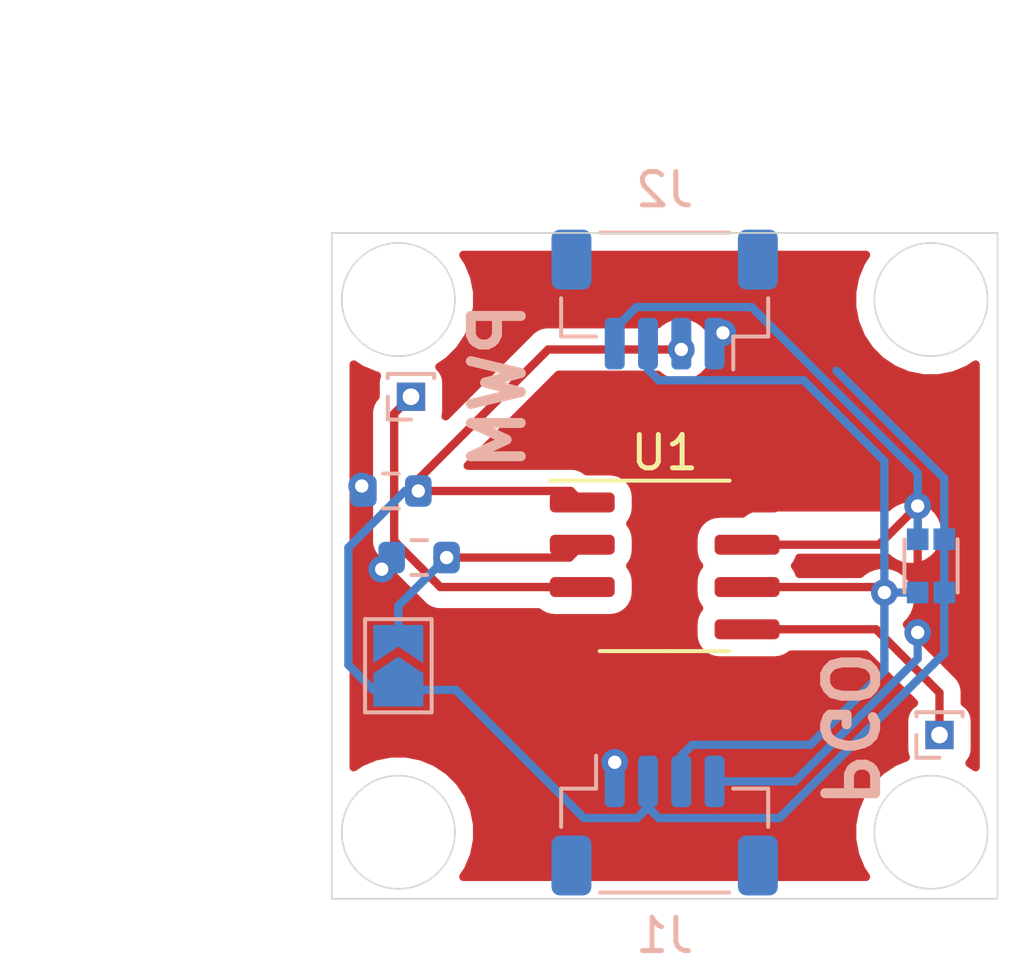
<source format=kicad_pcb>
(kicad_pcb (version 20171130) (host pcbnew "(5.1.10)-1")

  (general
    (thickness 1.6)
    (drawings 21)
    (tracks 70)
    (zones 0)
    (modules 9)
    (nets 8)
  )

  (page A4)
  (layers
    (0 F.Cu signal)
    (31 B.Cu signal)
    (32 B.Adhes user)
    (33 F.Adhes user)
    (34 B.Paste user)
    (35 F.Paste user)
    (36 B.SilkS user)
    (37 F.SilkS user)
    (38 B.Mask user)
    (39 F.Mask user)
    (40 Dwgs.User user)
    (41 Cmts.User user)
    (42 Eco1.User user)
    (43 Eco2.User user)
    (44 Edge.Cuts user)
    (45 Margin user)
    (46 B.CrtYd user)
    (47 F.CrtYd user)
    (48 B.Fab user hide)
    (49 F.Fab user hide)
  )

  (setup
    (last_trace_width 0.25)
    (trace_clearance 0.2)
    (zone_clearance 0.508)
    (zone_45_only no)
    (trace_min 0.2)
    (via_size 0.8)
    (via_drill 0.4)
    (via_min_size 0.4)
    (via_min_drill 0.3)
    (uvia_size 0.3)
    (uvia_drill 0.1)
    (uvias_allowed no)
    (uvia_min_size 0.2)
    (uvia_min_drill 0.1)
    (edge_width 0.05)
    (segment_width 0.2)
    (pcb_text_width 0.3)
    (pcb_text_size 1.5 1.5)
    (mod_edge_width 0.12)
    (mod_text_size 1 1)
    (mod_text_width 0.15)
    (pad_size 0.65 0.65)
    (pad_drill 0)
    (pad_to_mask_clearance 0)
    (aux_axis_origin 0 0)
    (grid_origin 144 102)
    (visible_elements 7FFFFFFF)
    (pcbplotparams
      (layerselection 0x010fc_ffffffff)
      (usegerberextensions false)
      (usegerberattributes true)
      (usegerberadvancedattributes true)
      (creategerberjobfile true)
      (excludeedgelayer true)
      (linewidth 0.100000)
      (plotframeref false)
      (viasonmask false)
      (mode 1)
      (useauxorigin false)
      (hpglpennumber 1)
      (hpglpenspeed 20)
      (hpglpendiameter 15.000000)
      (psnegative false)
      (psa4output false)
      (plotreference true)
      (plotvalue true)
      (plotinvisibletext false)
      (padsonsilk false)
      (subtractmaskfromsilk false)
      (outputformat 1)
      (mirror false)
      (drillshape 1)
      (scaleselection 1)
      (outputdirectory ""))
  )

  (net 0 "")
  (net 1 GND)
  (net 2 VCC)
  (net 3 SDA)
  (net 4 SCL)
  (net 5 /3V3)
  (net 6 PWM)
  (net 7 PGO)

  (net_class Default "This is the default net class."
    (clearance 0.2)
    (trace_width 0.25)
    (via_dia 0.8)
    (via_drill 0.4)
    (uvia_dia 0.3)
    (uvia_drill 0.1)
    (add_net /3V3)
    (add_net GND)
    (add_net PGO)
    (add_net PWM)
    (add_net SCL)
    (add_net SDA)
    (add_net VCC)
  )

  (module Local:EXB34V (layer B.Cu) (tedit 61BCB4E8) (tstamp 61BD0E01)
    (at 152 102)
    (descr "EXB-34V resistor array")
    (attr smd)
    (fp_text reference R1-R2 (at 0 -3.8) (layer B.SilkS) hide
      (effects (font (size 1 1) (thickness 0.15)) (justify mirror))
    )
    (fp_text value EXB34V (at 0 -2.4) (layer B.Fab) hide
      (effects (font (size 1 1) (thickness 0.15)) (justify mirror))
    )
    (fp_line (start 0.8 -0.8) (end 0.8 0.8) (layer B.SilkS) (width 0.12))
    (fp_line (start -0.8 0.8) (end -0.8 -0.8) (layer B.SilkS) (width 0.12))
    (pad 4 smd rect (at 0.4 -0.8) (size 0.65 0.65) (layers B.Cu B.Paste B.Mask)
      (net 2 VCC))
    (pad 3 smd rect (at -0.4 -0.8) (size 0.65 0.65) (layers B.Cu B.Paste B.Mask)
      (net 4 SCL))
    (pad 2 smd rect (at 0.4 0.8) (size 0.65 0.65) (layers B.Cu B.Paste B.Mask)
      (net 2 VCC))
    (pad 1 smd rect (at -0.4 0.8) (size 0.65 0.65) (layers B.Cu B.Paste B.Mask)
      (net 3 SDA))
  )

  (module Connector_PinHeader_1.00mm:PinHeader_1x01_P1.00mm_Vertical (layer B.Cu) (tedit 59FED738) (tstamp 61BCA54C)
    (at 152.255 107.08)
    (descr "Through hole straight pin header, 1x01, 1.00mm pitch, single row")
    (tags "Through hole pin header THT 1x01 1.00mm single row")
    (path /61BCAE5D)
    (fp_text reference TP2 (at 0 1.56) (layer B.SilkS) hide
      (effects (font (size 1 1) (thickness 0.15)) (justify mirror))
    )
    (fp_text value PROGRAM (at 0 -1.56) (layer B.Fab) hide
      (effects (font (size 1 1) (thickness 0.15)) (justify mirror))
    )
    (fp_line (start 1.15 1) (end -1.15 1) (layer B.CrtYd) (width 0.05))
    (fp_line (start 1.15 -1) (end 1.15 1) (layer B.CrtYd) (width 0.05))
    (fp_line (start -1.15 -1) (end 1.15 -1) (layer B.CrtYd) (width 0.05))
    (fp_line (start -1.15 1) (end -1.15 -1) (layer B.CrtYd) (width 0.05))
    (fp_line (start -0.695 0.685) (end 0 0.685) (layer B.SilkS) (width 0.12))
    (fp_line (start -0.695 0) (end -0.695 0.685) (layer B.SilkS) (width 0.12))
    (fp_line (start 0.608276 -0.685) (end 0.695 -0.685) (layer B.SilkS) (width 0.12))
    (fp_line (start -0.695 -0.685) (end -0.608276 -0.685) (layer B.SilkS) (width 0.12))
    (fp_line (start 0.695 -0.685) (end 0.695 -0.56) (layer B.SilkS) (width 0.12))
    (fp_line (start -0.695 -0.685) (end -0.695 -0.56) (layer B.SilkS) (width 0.12))
    (fp_line (start -0.695 -0.685) (end 0.695 -0.685) (layer B.SilkS) (width 0.12))
    (fp_line (start -0.635 0.1825) (end -0.3175 0.5) (layer B.Fab) (width 0.1))
    (fp_line (start -0.635 -0.5) (end -0.635 0.1825) (layer B.Fab) (width 0.1))
    (fp_line (start 0.635 -0.5) (end -0.635 -0.5) (layer B.Fab) (width 0.1))
    (fp_line (start 0.635 0.5) (end 0.635 -0.5) (layer B.Fab) (width 0.1))
    (fp_line (start -0.3175 0.5) (end 0.635 0.5) (layer B.Fab) (width 0.1))
    (fp_text user %R (at 0 0 -90) (layer B.Fab) hide
      (effects (font (size 0.76 0.76) (thickness 0.114)) (justify mirror))
    )
    (pad 1 thru_hole rect (at 0 0) (size 0.85 0.85) (drill 0.5) (layers *.Cu *.Mask)
      (net 7 PGO))
    (model ${KISYS3DMOD}/Connector_PinHeader_1.00mm.3dshapes/PinHeader_1x01_P1.00mm_Vertical.wrl
      (at (xyz 0 0 0))
      (scale (xyz 1 1 1))
      (rotate (xyz 0 0 0))
    )
  )

  (module Connector_PinHeader_1.00mm:PinHeader_1x01_P1.00mm_Vertical (layer B.Cu) (tedit 59FED738) (tstamp 61BCA536)
    (at 136.38 96.92)
    (descr "Through hole straight pin header, 1x01, 1.00mm pitch, single row")
    (tags "Through hole pin header THT 1x01 1.00mm single row")
    (path /61BCDD4B)
    (fp_text reference TP1 (at 0 1.56) (layer B.SilkS) hide
      (effects (font (size 1 1) (thickness 0.15)) (justify mirror))
    )
    (fp_text value PWM (at 0 -1.56) (layer B.Fab) hide
      (effects (font (size 1 1) (thickness 0.15)) (justify mirror))
    )
    (fp_line (start 1.15 1) (end -1.15 1) (layer B.CrtYd) (width 0.05))
    (fp_line (start 1.15 -1) (end 1.15 1) (layer B.CrtYd) (width 0.05))
    (fp_line (start -1.15 -1) (end 1.15 -1) (layer B.CrtYd) (width 0.05))
    (fp_line (start -1.15 1) (end -1.15 -1) (layer B.CrtYd) (width 0.05))
    (fp_line (start -0.695 0.685) (end 0 0.685) (layer B.SilkS) (width 0.12))
    (fp_line (start -0.695 0) (end -0.695 0.685) (layer B.SilkS) (width 0.12))
    (fp_line (start 0.608276 -0.685) (end 0.695 -0.685) (layer B.SilkS) (width 0.12))
    (fp_line (start -0.695 -0.685) (end -0.608276 -0.685) (layer B.SilkS) (width 0.12))
    (fp_line (start 0.695 -0.685) (end 0.695 -0.56) (layer B.SilkS) (width 0.12))
    (fp_line (start -0.695 -0.685) (end -0.695 -0.56) (layer B.SilkS) (width 0.12))
    (fp_line (start -0.695 -0.685) (end 0.695 -0.685) (layer B.SilkS) (width 0.12))
    (fp_line (start -0.635 0.1825) (end -0.3175 0.5) (layer B.Fab) (width 0.1))
    (fp_line (start -0.635 -0.5) (end -0.635 0.1825) (layer B.Fab) (width 0.1))
    (fp_line (start 0.635 -0.5) (end -0.635 -0.5) (layer B.Fab) (width 0.1))
    (fp_line (start 0.635 0.5) (end 0.635 -0.5) (layer B.Fab) (width 0.1))
    (fp_line (start -0.3175 0.5) (end 0.635 0.5) (layer B.Fab) (width 0.1))
    (fp_text user %R (at 0 0 -90) (layer B.Fab) hide
      (effects (font (size 0.76 0.76) (thickness 0.114)) (justify mirror))
    )
    (pad 1 thru_hole rect (at 0 0) (size 0.85 0.85) (drill 0.5) (layers *.Cu *.Mask)
      (net 6 PWM))
    (model ${KISYS3DMOD}/Connector_PinHeader_1.00mm.3dshapes/PinHeader_1x01_P1.00mm_Vertical.wrl
      (at (xyz 0 0 0))
      (scale (xyz 1 1 1))
      (rotate (xyz 0 0 0))
    )
  )

  (module Jumper:SolderJumper-2_P1.3mm_Open_TrianglePad1.0x1.5mm (layer B.Cu) (tedit 5A64794F) (tstamp 61BBD19C)
    (at 136 105 90)
    (descr "SMD Solder Jumper, 1x1.5mm Triangular Pads, 0.3mm gap, open")
    (tags "solder jumper open")
    (path /61C58611)
    (attr virtual)
    (fp_text reference JP1 (at -2.525 0) (layer B.SilkS) hide
      (effects (font (size 1 1) (thickness 0.15)) (justify mirror))
    )
    (fp_text value ~3v3 (at 0 -1.9 90) (layer B.Fab) hide
      (effects (font (size 1 1) (thickness 0.15)) (justify mirror))
    )
    (fp_line (start -1.4 -1) (end -1.4 1) (layer B.SilkS) (width 0.12))
    (fp_line (start 1.4 -1) (end -1.4 -1) (layer B.SilkS) (width 0.12))
    (fp_line (start 1.4 1) (end 1.4 -1) (layer B.SilkS) (width 0.12))
    (fp_line (start -1.4 1) (end 1.4 1) (layer B.SilkS) (width 0.12))
    (fp_line (start -1.65 1.25) (end 1.65 1.25) (layer B.CrtYd) (width 0.05))
    (fp_line (start -1.65 1.25) (end -1.65 -1.25) (layer B.CrtYd) (width 0.05))
    (fp_line (start 1.65 -1.25) (end 1.65 1.25) (layer B.CrtYd) (width 0.05))
    (fp_line (start 1.65 -1.25) (end -1.65 -1.25) (layer B.CrtYd) (width 0.05))
    (pad 1 smd custom (at -0.725 0 90) (size 0.3 0.3) (layers B.Cu B.Mask)
      (net 2 VCC) (zone_connect 2)
      (options (clearance outline) (anchor rect))
      (primitives
        (gr_poly (pts
           (xy -0.5 0.75) (xy 0.5 0.75) (xy 1 0) (xy 0.5 -0.75) (xy -0.5 -0.75)
) (width 0))
      ))
    (pad 2 smd custom (at 0.725 0 90) (size 0.3 0.3) (layers B.Cu B.Mask)
      (net 5 /3V3) (zone_connect 2)
      (options (clearance outline) (anchor rect))
      (primitives
        (gr_poly (pts
           (xy -0.65 0.75) (xy 0.5 0.75) (xy 0.5 -0.75) (xy -0.65 -0.75) (xy -0.15 0)
) (width 0))
      ))
  )

  (module Resistor_SMD:R_0603_1608Metric (layer B.Cu) (tedit 5F68FEEE) (tstamp 61BB9ECF)
    (at 136.625 101.75 180)
    (descr "Resistor SMD 0603 (1608 Metric), square (rectangular) end terminal, IPC_7351 nominal, (Body size source: IPC-SM-782 page 72, https://www.pcb-3d.com/wordpress/wp-content/uploads/ipc-sm-782a_amendment_1_and_2.pdf), generated with kicad-footprint-generator")
    (tags resistor)
    (path /61BCC6DC)
    (attr smd)
    (fp_text reference C3 (at -2.475 0 90) (layer B.SilkS) hide
      (effects (font (size 1 1) (thickness 0.15)) (justify mirror))
    )
    (fp_text value ~10uF (at 0 -1.43) (layer B.Fab)
      (effects (font (size 1 1) (thickness 0.15)) (justify mirror))
    )
    (fp_line (start 1.48 -0.73) (end -1.48 -0.73) (layer B.CrtYd) (width 0.05))
    (fp_line (start 1.48 0.73) (end 1.48 -0.73) (layer B.CrtYd) (width 0.05))
    (fp_line (start -1.48 0.73) (end 1.48 0.73) (layer B.CrtYd) (width 0.05))
    (fp_line (start -1.48 -0.73) (end -1.48 0.73) (layer B.CrtYd) (width 0.05))
    (fp_line (start -0.237258 -0.5225) (end 0.237258 -0.5225) (layer B.SilkS) (width 0.12))
    (fp_line (start -0.237258 0.5225) (end 0.237258 0.5225) (layer B.SilkS) (width 0.12))
    (fp_line (start 0.8 -0.4125) (end -0.8 -0.4125) (layer B.Fab) (width 0.1))
    (fp_line (start 0.8 0.4125) (end 0.8 -0.4125) (layer B.Fab) (width 0.1))
    (fp_line (start -0.8 0.4125) (end 0.8 0.4125) (layer B.Fab) (width 0.1))
    (fp_line (start -0.8 -0.4125) (end -0.8 0.4125) (layer B.Fab) (width 0.1))
    (fp_text user %R (at 0 0) (layer B.Fab)
      (effects (font (size 0.4 0.4) (thickness 0.06)) (justify mirror))
    )
    (pad 2 smd roundrect (at 0.825 0 180) (size 0.8 0.95) (layers B.Cu B.Paste B.Mask) (roundrect_rratio 0.25)
      (net 1 GND))
    (pad 1 smd roundrect (at -0.825 0 180) (size 0.8 0.95) (layers B.Cu B.Paste B.Mask) (roundrect_rratio 0.25)
      (net 5 /3V3))
    (model ${KISYS3DMOD}/Resistor_SMD.3dshapes/R_0603_1608Metric.wrl
      (at (xyz 0 0 0))
      (scale (xyz 1 1 1))
      (rotate (xyz 0 0 0))
    )
  )

  (module Resistor_SMD:R_0603_1608Metric (layer B.Cu) (tedit 5F68FEEE) (tstamp 61BBAC92)
    (at 135.775 99.75)
    (descr "Resistor SMD 0603 (1608 Metric), square (rectangular) end terminal, IPC_7351 nominal, (Body size source: IPC-SM-782 page 72, https://www.pcb-3d.com/wordpress/wp-content/uploads/ipc-sm-782a_amendment_1_and_2.pdf), generated with kicad-footprint-generator")
    (tags resistor)
    (path /61BC851F)
    (attr smd)
    (fp_text reference C2 (at 2.325 0 90) (layer B.SilkS) hide
      (effects (font (size 1 1) (thickness 0.15)) (justify mirror))
    )
    (fp_text value 0.1uF (at 0 -1.43) (layer B.Fab)
      (effects (font (size 1 1) (thickness 0.15)) (justify mirror))
    )
    (fp_line (start 1.48 -0.73) (end -1.48 -0.73) (layer B.CrtYd) (width 0.05))
    (fp_line (start 1.48 0.73) (end 1.48 -0.73) (layer B.CrtYd) (width 0.05))
    (fp_line (start -1.48 0.73) (end 1.48 0.73) (layer B.CrtYd) (width 0.05))
    (fp_line (start -1.48 -0.73) (end -1.48 0.73) (layer B.CrtYd) (width 0.05))
    (fp_line (start -0.237258 -0.5225) (end 0.237258 -0.5225) (layer B.SilkS) (width 0.12))
    (fp_line (start -0.237258 0.5225) (end 0.237258 0.5225) (layer B.SilkS) (width 0.12))
    (fp_line (start 0.8 -0.4125) (end -0.8 -0.4125) (layer B.Fab) (width 0.1))
    (fp_line (start 0.8 0.4125) (end 0.8 -0.4125) (layer B.Fab) (width 0.1))
    (fp_line (start -0.8 0.4125) (end 0.8 0.4125) (layer B.Fab) (width 0.1))
    (fp_line (start -0.8 -0.4125) (end -0.8 0.4125) (layer B.Fab) (width 0.1))
    (fp_text user %R (at 0 0) (layer B.Fab)
      (effects (font (size 0.4 0.4) (thickness 0.06)) (justify mirror))
    )
    (pad 2 smd roundrect (at 0.825 0) (size 0.8 0.95) (layers B.Cu B.Paste B.Mask) (roundrect_rratio 0.25)
      (net 2 VCC))
    (pad 1 smd roundrect (at -0.825 0) (size 0.8 0.95) (layers B.Cu B.Paste B.Mask) (roundrect_rratio 0.25)
      (net 1 GND))
    (model ${KISYS3DMOD}/Resistor_SMD.3dshapes/R_0603_1608Metric.wrl
      (at (xyz 0 0 0))
      (scale (xyz 1 1 1))
      (rotate (xyz 0 0 0))
    )
  )

  (module Package_SO:SOIC-8_3.9x4.9mm_P1.27mm (layer F.Cu) (tedit 5D9F72B1) (tstamp 61BB9F61)
    (at 144 102)
    (descr "SOIC, 8 Pin (JEDEC MS-012AA, https://www.analog.com/media/en/package-pcb-resources/package/pkg_pdf/soic_narrow-r/r_8.pdf), generated with kicad-footprint-generator ipc_gullwing_generator.py")
    (tags "SOIC SO")
    (path /61BBB42F)
    (attr smd)
    (fp_text reference U1 (at 0 -3.4) (layer F.SilkS)
      (effects (font (size 1 1) (thickness 0.15)))
    )
    (fp_text value AS5600 (at 0 3.4) (layer F.Fab)
      (effects (font (size 1 1) (thickness 0.15)))
    )
    (fp_line (start 3.7 -2.7) (end -3.7 -2.7) (layer F.CrtYd) (width 0.05))
    (fp_line (start 3.7 2.7) (end 3.7 -2.7) (layer F.CrtYd) (width 0.05))
    (fp_line (start -3.7 2.7) (end 3.7 2.7) (layer F.CrtYd) (width 0.05))
    (fp_line (start -3.7 -2.7) (end -3.7 2.7) (layer F.CrtYd) (width 0.05))
    (fp_line (start -1.95 -1.475) (end -0.975 -2.45) (layer F.Fab) (width 0.1))
    (fp_line (start -1.95 2.45) (end -1.95 -1.475) (layer F.Fab) (width 0.1))
    (fp_line (start 1.95 2.45) (end -1.95 2.45) (layer F.Fab) (width 0.1))
    (fp_line (start 1.95 -2.45) (end 1.95 2.45) (layer F.Fab) (width 0.1))
    (fp_line (start -0.975 -2.45) (end 1.95 -2.45) (layer F.Fab) (width 0.1))
    (fp_line (start 0 -2.56) (end -3.45 -2.56) (layer F.SilkS) (width 0.12))
    (fp_line (start 0 -2.56) (end 1.95 -2.56) (layer F.SilkS) (width 0.12))
    (fp_line (start 0 2.56) (end -1.95 2.56) (layer F.SilkS) (width 0.12))
    (fp_line (start 0 2.56) (end 1.95 2.56) (layer F.SilkS) (width 0.12))
    (fp_text user %R (at 0 0) (layer F.Fab)
      (effects (font (size 0.98 0.98) (thickness 0.15)))
    )
    (pad 8 smd roundrect (at 2.475 -1.905) (size 1.95 0.6) (layers F.Cu F.Paste F.Mask) (roundrect_rratio 0.25)
      (net 1 GND))
    (pad 7 smd roundrect (at 2.475 -0.635) (size 1.95 0.6) (layers F.Cu F.Paste F.Mask) (roundrect_rratio 0.25)
      (net 4 SCL))
    (pad 6 smd roundrect (at 2.475 0.635) (size 1.95 0.6) (layers F.Cu F.Paste F.Mask) (roundrect_rratio 0.25)
      (net 3 SDA))
    (pad 5 smd roundrect (at 2.475 1.905) (size 1.95 0.6) (layers F.Cu F.Paste F.Mask) (roundrect_rratio 0.25)
      (net 7 PGO))
    (pad 4 smd roundrect (at -2.475 1.905) (size 1.95 0.6) (layers F.Cu F.Paste F.Mask) (roundrect_rratio 0.25)
      (net 1 GND))
    (pad 3 smd roundrect (at -2.475 0.635) (size 1.95 0.6) (layers F.Cu F.Paste F.Mask) (roundrect_rratio 0.25)
      (net 6 PWM))
    (pad 2 smd roundrect (at -2.475 -0.635) (size 1.95 0.6) (layers F.Cu F.Paste F.Mask) (roundrect_rratio 0.25)
      (net 5 /3V3))
    (pad 1 smd roundrect (at -2.475 -1.905) (size 1.95 0.6) (layers F.Cu F.Paste F.Mask) (roundrect_rratio 0.25)
      (net 2 VCC))
    (model ${KISYS3DMOD}/Package_SO.3dshapes/SOIC-8_3.9x4.9mm_P1.27mm.wrl
      (at (xyz 0 0 0))
      (scale (xyz 1 1 1))
      (rotate (xyz 0 0 0))
    )
  )

  (module Connector_JST:JST_SH_BM04B-SRSS-TB_1x04-1MP_P1.00mm_Vertical (layer B.Cu) (tedit 5B78AD87) (tstamp 61BB9F25)
    (at 144 94 180)
    (descr "JST SH series connector, BM04B-SRSS-TB (http://www.jst-mfg.com/product/pdf/eng/eSH.pdf), generated with kicad-footprint-generator")
    (tags "connector JST SH side entry")
    (path /61BC4132)
    (attr smd)
    (fp_text reference J2 (at 0 3.3) (layer B.SilkS)
      (effects (font (size 1 1) (thickness 0.15)) (justify mirror))
    )
    (fp_text value Conn_01x04 (at 0 -3.3) (layer B.Fab)
      (effects (font (size 1 1) (thickness 0.15)) (justify mirror))
    )
    (fp_line (start -1.5 -0.292893) (end -1 -1) (layer B.Fab) (width 0.1))
    (fp_line (start -2 -1) (end -1.5 -0.292893) (layer B.Fab) (width 0.1))
    (fp_line (start 3.9 2.6) (end -3.9 2.6) (layer B.CrtYd) (width 0.05))
    (fp_line (start 3.9 -2.6) (end 3.9 2.6) (layer B.CrtYd) (width 0.05))
    (fp_line (start -3.9 -2.6) (end 3.9 -2.6) (layer B.CrtYd) (width 0.05))
    (fp_line (start -3.9 2.6) (end -3.9 -2.6) (layer B.CrtYd) (width 0.05))
    (fp_line (start 1.65 1.55) (end 1.35 1.55) (layer B.Fab) (width 0.1))
    (fp_line (start 1.65 0.95) (end 1.65 1.55) (layer B.Fab) (width 0.1))
    (fp_line (start 1.35 0.95) (end 1.65 0.95) (layer B.Fab) (width 0.1))
    (fp_line (start 1.35 1.55) (end 1.35 0.95) (layer B.Fab) (width 0.1))
    (fp_line (start 0.65 1.55) (end 0.35 1.55) (layer B.Fab) (width 0.1))
    (fp_line (start 0.65 0.95) (end 0.65 1.55) (layer B.Fab) (width 0.1))
    (fp_line (start 0.35 0.95) (end 0.65 0.95) (layer B.Fab) (width 0.1))
    (fp_line (start 0.35 1.55) (end 0.35 0.95) (layer B.Fab) (width 0.1))
    (fp_line (start -0.35 1.55) (end -0.65 1.55) (layer B.Fab) (width 0.1))
    (fp_line (start -0.35 0.95) (end -0.35 1.55) (layer B.Fab) (width 0.1))
    (fp_line (start -0.65 0.95) (end -0.35 0.95) (layer B.Fab) (width 0.1))
    (fp_line (start -0.65 1.55) (end -0.65 0.95) (layer B.Fab) (width 0.1))
    (fp_line (start -1.35 1.55) (end -1.65 1.55) (layer B.Fab) (width 0.1))
    (fp_line (start -1.35 0.95) (end -1.35 1.55) (layer B.Fab) (width 0.1))
    (fp_line (start -1.65 0.95) (end -1.35 0.95) (layer B.Fab) (width 0.1))
    (fp_line (start -1.65 1.55) (end -1.65 0.95) (layer B.Fab) (width 0.1))
    (fp_line (start 3 -1) (end 3 1.9) (layer B.Fab) (width 0.1))
    (fp_line (start -3 -1) (end -3 1.9) (layer B.Fab) (width 0.1))
    (fp_line (start -3 1.9) (end 3 1.9) (layer B.Fab) (width 0.1))
    (fp_line (start -1.94 2.01) (end 1.94 2.01) (layer B.SilkS) (width 0.12))
    (fp_line (start 3.11 -1.11) (end 2.06 -1.11) (layer B.SilkS) (width 0.12))
    (fp_line (start 3.11 0.04) (end 3.11 -1.11) (layer B.SilkS) (width 0.12))
    (fp_line (start -2.06 -1.11) (end -2.06 -2.1) (layer B.SilkS) (width 0.12))
    (fp_line (start -3.11 -1.11) (end -2.06 -1.11) (layer B.SilkS) (width 0.12))
    (fp_line (start -3.11 0.04) (end -3.11 -1.11) (layer B.SilkS) (width 0.12))
    (fp_line (start -3 -1) (end 3 -1) (layer B.Fab) (width 0.1))
    (fp_text user %R (at 0 0.25) (layer B.Fab)
      (effects (font (size 1 1) (thickness 0.15)) (justify mirror))
    )
    (pad MP smd roundrect (at 2.8 1.2 180) (size 1.2 1.8) (layers B.Cu B.Paste B.Mask) (roundrect_rratio 0.208333))
    (pad MP smd roundrect (at -2.8 1.2 180) (size 1.2 1.8) (layers B.Cu B.Paste B.Mask) (roundrect_rratio 0.208333))
    (pad 4 smd roundrect (at 1.5 -1.325 180) (size 0.6 1.55) (layers B.Cu B.Paste B.Mask) (roundrect_rratio 0.25)
      (net 4 SCL))
    (pad 3 smd roundrect (at 0.5 -1.325 180) (size 0.6 1.55) (layers B.Cu B.Paste B.Mask) (roundrect_rratio 0.25)
      (net 3 SDA))
    (pad 2 smd roundrect (at -0.5 -1.325 180) (size 0.6 1.55) (layers B.Cu B.Paste B.Mask) (roundrect_rratio 0.25)
      (net 2 VCC))
    (pad 1 smd roundrect (at -1.5 -1.325 180) (size 0.6 1.55) (layers B.Cu B.Paste B.Mask) (roundrect_rratio 0.25)
      (net 1 GND))
    (model ${KISYS3DMOD}/Connector_JST.3dshapes/JST_SH_BM04B-SRSS-TB_1x04-1MP_P1.00mm_Vertical.wrl
      (at (xyz 0 0 0))
      (scale (xyz 1 1 1))
      (rotate (xyz 0 0 0))
    )
  )

  (module Connector_JST:JST_SH_BM04B-SRSS-TB_1x04-1MP_P1.00mm_Vertical (layer B.Cu) (tedit 5B78AD87) (tstamp 61BB9EFA)
    (at 144 109.8)
    (descr "JST SH series connector, BM04B-SRSS-TB (http://www.jst-mfg.com/product/pdf/eng/eSH.pdf), generated with kicad-footprint-generator")
    (tags "connector JST SH side entry")
    (path /61BC6AD6)
    (attr smd)
    (fp_text reference J1 (at 0 3.3) (layer B.SilkS)
      (effects (font (size 1 1) (thickness 0.15)) (justify mirror))
    )
    (fp_text value Conn_01x04 (at 0 -3.3) (layer B.Fab)
      (effects (font (size 1 1) (thickness 0.15)) (justify mirror))
    )
    (fp_line (start -1.5 -0.292893) (end -1 -1) (layer B.Fab) (width 0.1))
    (fp_line (start -2 -1) (end -1.5 -0.292893) (layer B.Fab) (width 0.1))
    (fp_line (start 3.9 2.6) (end -3.9 2.6) (layer B.CrtYd) (width 0.05))
    (fp_line (start 3.9 -2.6) (end 3.9 2.6) (layer B.CrtYd) (width 0.05))
    (fp_line (start -3.9 -2.6) (end 3.9 -2.6) (layer B.CrtYd) (width 0.05))
    (fp_line (start -3.9 2.6) (end -3.9 -2.6) (layer B.CrtYd) (width 0.05))
    (fp_line (start 1.65 1.55) (end 1.35 1.55) (layer B.Fab) (width 0.1))
    (fp_line (start 1.65 0.95) (end 1.65 1.55) (layer B.Fab) (width 0.1))
    (fp_line (start 1.35 0.95) (end 1.65 0.95) (layer B.Fab) (width 0.1))
    (fp_line (start 1.35 1.55) (end 1.35 0.95) (layer B.Fab) (width 0.1))
    (fp_line (start 0.65 1.55) (end 0.35 1.55) (layer B.Fab) (width 0.1))
    (fp_line (start 0.65 0.95) (end 0.65 1.55) (layer B.Fab) (width 0.1))
    (fp_line (start 0.35 0.95) (end 0.65 0.95) (layer B.Fab) (width 0.1))
    (fp_line (start 0.35 1.55) (end 0.35 0.95) (layer B.Fab) (width 0.1))
    (fp_line (start -0.35 1.55) (end -0.65 1.55) (layer B.Fab) (width 0.1))
    (fp_line (start -0.35 0.95) (end -0.35 1.55) (layer B.Fab) (width 0.1))
    (fp_line (start -0.65 0.95) (end -0.35 0.95) (layer B.Fab) (width 0.1))
    (fp_line (start -0.65 1.55) (end -0.65 0.95) (layer B.Fab) (width 0.1))
    (fp_line (start -1.35 1.55) (end -1.65 1.55) (layer B.Fab) (width 0.1))
    (fp_line (start -1.35 0.95) (end -1.35 1.55) (layer B.Fab) (width 0.1))
    (fp_line (start -1.65 0.95) (end -1.35 0.95) (layer B.Fab) (width 0.1))
    (fp_line (start -1.65 1.55) (end -1.65 0.95) (layer B.Fab) (width 0.1))
    (fp_line (start 3 -1) (end 3 1.9) (layer B.Fab) (width 0.1))
    (fp_line (start -3 -1) (end -3 1.9) (layer B.Fab) (width 0.1))
    (fp_line (start -3 1.9) (end 3 1.9) (layer B.Fab) (width 0.1))
    (fp_line (start -1.94 2.01) (end 1.94 2.01) (layer B.SilkS) (width 0.12))
    (fp_line (start 3.11 -1.11) (end 2.06 -1.11) (layer B.SilkS) (width 0.12))
    (fp_line (start 3.11 0.04) (end 3.11 -1.11) (layer B.SilkS) (width 0.12))
    (fp_line (start -2.06 -1.11) (end -2.06 -2.1) (layer B.SilkS) (width 0.12))
    (fp_line (start -3.11 -1.11) (end -2.06 -1.11) (layer B.SilkS) (width 0.12))
    (fp_line (start -3.11 0.04) (end -3.11 -1.11) (layer B.SilkS) (width 0.12))
    (fp_line (start -3 -1) (end 3 -1) (layer B.Fab) (width 0.1))
    (fp_text user %R (at 0 0.25) (layer B.Fab)
      (effects (font (size 1 1) (thickness 0.15)) (justify mirror))
    )
    (pad MP smd roundrect (at 2.8 1.2) (size 1.2 1.8) (layers B.Cu B.Paste B.Mask) (roundrect_rratio 0.208333))
    (pad MP smd roundrect (at -2.8 1.2) (size 1.2 1.8) (layers B.Cu B.Paste B.Mask) (roundrect_rratio 0.208333))
    (pad 4 smd roundrect (at 1.5 -1.325) (size 0.6 1.55) (layers B.Cu B.Paste B.Mask) (roundrect_rratio 0.25)
      (net 4 SCL))
    (pad 3 smd roundrect (at 0.5 -1.325) (size 0.6 1.55) (layers B.Cu B.Paste B.Mask) (roundrect_rratio 0.25)
      (net 3 SDA))
    (pad 2 smd roundrect (at -0.5 -1.325) (size 0.6 1.55) (layers B.Cu B.Paste B.Mask) (roundrect_rratio 0.25)
      (net 2 VCC))
    (pad 1 smd roundrect (at -1.5 -1.325) (size 0.6 1.55) (layers B.Cu B.Paste B.Mask) (roundrect_rratio 0.25)
      (net 1 GND))
    (model ${KISYS3DMOD}/Connector_JST.3dshapes/JST_SH_BM04B-SRSS-TB_1x04-1MP_P1.00mm_Vertical.wrl
      (at (xyz 0 0 0))
      (scale (xyz 1 1 1))
      (rotate (xyz 0 0 0))
    )
  )

  (gr_text PGO (at 149.5 106.9 -90) (layer B.SilkS) (tstamp 61BCA8A9)
    (effects (font (size 1.5 1.5) (thickness 0.3)) (justify mirror))
  )
  (gr_text PWM (at 139 96.6 90) (layer B.SilkS) (tstamp 61BCA8A9)
    (effects (font (size 1.5 1.5) (thickness 0.3)) (justify mirror))
  )
  (gr_circle (center 144 102) (end 149.5 98.25) (layer Dwgs.User) (width 0.15))
  (gr_circle (center 136 110) (end 137.7 110) (layer Edge.Cuts) (width 0.05) (tstamp 61BBB376))
  (gr_circle (center 152 110) (end 153.7 110) (layer Edge.Cuts) (width 0.05) (tstamp 61BBB376))
  (gr_circle (center 152 94) (end 153.7 94) (layer Edge.Cuts) (width 0.05) (tstamp 61BBB376))
  (gr_circle (center 136 94) (end 137.7 94) (layer Edge.Cuts) (width 0.05) (tstamp 61BBB376))
  (gr_line (start 134 112) (end 134 92) (layer Edge.Cuts) (width 0.05) (tstamp 61BBB36D))
  (gr_line (start 154 112) (end 134 112) (layer Edge.Cuts) (width 0.05))
  (gr_line (start 154 92) (end 154 112) (layer Edge.Cuts) (width 0.05))
  (gr_line (start 134 92) (end 154 92) (layer Edge.Cuts) (width 0.05))
  (gr_line (start 134 92) (end 154 92) (layer Dwgs.User) (width 0.15) (tstamp 61BBB361))
  (gr_circle (center 136 94) (end 137.7 94) (layer Dwgs.User) (width 0.15) (tstamp 61BBB360))
  (gr_circle (center 152 94) (end 153.7 94) (layer Dwgs.User) (width 0.15) (tstamp 61BBB35F))
  (gr_circle (center 136 110) (end 137.7 110) (layer Dwgs.User) (width 0.15) (tstamp 61BBB35E))
  (gr_circle (center 152 110) (end 153.7 110) (layer Dwgs.User) (width 0.15) (tstamp 61BBB35D))
  (gr_line (start 154 112) (end 134 112) (layer Dwgs.User) (width 0.15) (tstamp 61BBB35C))
  (gr_line (start 154 92) (end 154 112) (layer Dwgs.User) (width 0.15) (tstamp 61BBB35B))
  (dimension 20 (width 0.15) (layer Dwgs.User) (tstamp 61BBB359)
    (gr_text "20.000 mm" (at 127.7 102 90) (layer Dwgs.User) (tstamp 61BBB359)
      (effects (font (size 1 1) (thickness 0.15)))
    )
    (feature1 (pts (xy 132.81 92) (xy 128.413579 92)))
    (feature2 (pts (xy 132.81 112) (xy 128.413579 112)))
    (crossbar (pts (xy 129 112) (xy 129 92)))
    (arrow1a (pts (xy 129 92) (xy 129.586421 93.126504)))
    (arrow1b (pts (xy 129 92) (xy 128.413579 93.126504)))
    (arrow2a (pts (xy 129 112) (xy 129.586421 110.873496)))
    (arrow2b (pts (xy 129 112) (xy 128.413579 110.873496)))
  )
  (gr_line (start 134 112) (end 134 92) (layer Dwgs.User) (width 0.15) (tstamp 61BBB358))
  (dimension 20 (width 0.15) (layer Dwgs.User)
    (gr_text "20.000 mm" (at 144 85.7) (layer Dwgs.User)
      (effects (font (size 1 1) (thickness 0.15)))
    )
    (feature1 (pts (xy 154 90.81) (xy 154 86.413579)))
    (feature2 (pts (xy 134 90.81) (xy 134 86.413579)))
    (crossbar (pts (xy 134 87) (xy 154 87)))
    (arrow1a (pts (xy 154 87) (xy 152.873496 87.586421)))
    (arrow1b (pts (xy 154 87) (xy 152.873496 86.413579)))
    (arrow2a (pts (xy 134 87) (xy 135.126504 87.586421)))
    (arrow2b (pts (xy 134 87) (xy 135.126504 86.413579)))
  )

  (via (at 151.6 104) (size 0.8) (drill 0.4) (layers F.Cu B.Cu) (net 4))
  (via (at 134.9 99.6) (size 0.8) (drill 0.4) (layers F.Cu B.Cu) (net 1))
  (via (at 135.5 102.1) (size 0.8) (drill 0.4) (layers F.Cu B.Cu) (net 1))
  (via (at 145.75 95) (size 0.8) (drill 0.4) (layers F.Cu B.Cu) (net 1))
  (via (at 142.5 107.9) (size 0.8) (drill 0.4) (layers F.Cu B.Cu) (net 1))
  (segment (start 143.5 108.475) (end 143.5 109.25) (width 0.25) (layer B.Cu) (net 2))
  (via (at 136.6 99.75) (size 0.8) (drill 0.4) (layers F.Cu B.Cu) (net 2))
  (via (at 144.5 95.5) (size 0.8) (drill 0.4) (layers F.Cu B.Cu) (net 2))
  (segment (start 141.18 99.75) (end 141.525 100.095) (width 0.25) (layer F.Cu) (net 2))
  (segment (start 136.6 99.75) (end 141.18 99.75) (width 0.25) (layer F.Cu) (net 2))
  (segment (start 136.2 99.75) (end 134.5 101.45) (width 0.25) (layer B.Cu) (net 2))
  (segment (start 136.6 99.75) (end 136.2 99.75) (width 0.25) (layer B.Cu) (net 2))
  (segment (start 135.25 105.725) (end 136 105.725) (width 0.25) (layer B.Cu) (net 2))
  (segment (start 134.5 104.975) (end 135.25 105.725) (width 0.25) (layer B.Cu) (net 2))
  (segment (start 134.5 101.45) (end 134.5 104.975) (width 0.25) (layer B.Cu) (net 2))
  (segment (start 144.5 95.5) (end 140.5 95.5) (width 0.25) (layer F.Cu) (net 2))
  (segment (start 136.6 99.4) (end 136.6 99.75) (width 0.25) (layer F.Cu) (net 2))
  (segment (start 140.5 95.5) (end 136.6 99.4) (width 0.25) (layer F.Cu) (net 2))
  (segment (start 137.725 105.725) (end 136 105.725) (width 0.25) (layer B.Cu) (net 2))
  (segment (start 141.57501 109.57501) (end 137.725 105.725) (width 0.25) (layer B.Cu) (net 2))
  (segment (start 143.17499 109.57501) (end 141.57501 109.57501) (width 0.25) (layer B.Cu) (net 2))
  (segment (start 143.5 109.25) (end 143.17499 109.57501) (width 0.25) (layer B.Cu) (net 2))
  (segment (start 152.4 104.6228) (end 152.4 101.2) (width 0.25) (layer B.Cu) (net 2))
  (segment (start 147.44779 109.57501) (end 152.4 104.6228) (width 0.25) (layer B.Cu) (net 2))
  (segment (start 143.82501 109.57501) (end 147.44779 109.57501) (width 0.25) (layer B.Cu) (net 2))
  (segment (start 143.5 109.25) (end 143.82501 109.57501) (width 0.25) (layer B.Cu) (net 2))
  (segment (start 152.4 101.2) (end 152.4 99.37718) (width 0.25) (layer B.Cu) (net 2))
  (segment (start 152.4 99.37718) (end 151.850009 98.827189) (width 0.25) (layer B.Cu) (net 2))
  (segment (start 151.850009 98.827189) (end 149.16141 96.13859) (width 0.25) (layer B.Cu) (net 2))
  (segment (start 144.82501 107.37499) (end 148.37499 107.37499) (width 0.25) (layer B.Cu) (net 3))
  (segment (start 144.5 107.7) (end 144.82501 107.37499) (width 0.25) (layer B.Cu) (net 3))
  (segment (start 144.5 108.475) (end 144.5 107.7) (width 0.25) (layer B.Cu) (net 3))
  (segment (start 151.6 102.8) (end 150.6 102.8) (width 0.25) (layer B.Cu) (net 3))
  (segment (start 150.6 102.8) (end 150.6 102.8) (width 0.25) (layer B.Cu) (net 3) (tstamp 61BD0FB9))
  (segment (start 150.6 105.14998) (end 148.37499 107.37499) (width 0.25) (layer B.Cu) (net 3))
  (segment (start 150.6 102.8) (end 150.6 102.8) (width 0.25) (layer B.Cu) (net 3) (tstamp 61BD11D3))
  (via (at 150.6 102.8) (size 0.8) (drill 0.4) (layers F.Cu B.Cu) (net 3))
  (segment (start 150.435 102.635) (end 150.6 102.8) (width 0.25) (layer F.Cu) (net 3))
  (segment (start 146.475 102.635) (end 150.435 102.635) (width 0.25) (layer F.Cu) (net 3))
  (segment (start 150.6 105.14998) (end 150.6 102.8) (width 0.25) (layer B.Cu) (net 3))
  (segment (start 143.5 96.1) (end 143.5 95.325) (width 0.25) (layer B.Cu) (net 3))
  (segment (start 143.82501 96.42501) (end 143.5 96.1) (width 0.25) (layer B.Cu) (net 3))
  (segment (start 148.17501 96.42501) (end 143.82501 96.42501) (width 0.25) (layer B.Cu) (net 3))
  (segment (start 150.6 98.85) (end 148.17501 96.42501) (width 0.25) (layer B.Cu) (net 3))
  (segment (start 150.6 102.8) (end 150.6 98.85) (width 0.25) (layer B.Cu) (net 3))
  (via (at 151.6 100.2) (size 0.8) (drill 0.4) (layers F.Cu B.Cu) (net 4))
  (segment (start 142.5 94.878232) (end 142.5 95.325) (width 0.25) (layer B.Cu) (net 4))
  (segment (start 143.153242 94.22499) (end 142.5 94.878232) (width 0.25) (layer B.Cu) (net 4))
  (segment (start 146.6114 94.22499) (end 143.153242 94.22499) (width 0.25) (layer B.Cu) (net 4))
  (segment (start 151.6 99.21359) (end 146.6114 94.22499) (width 0.25) (layer B.Cu) (net 4))
  (segment (start 151.6 101.2) (end 151.6 99.21359) (width 0.25) (layer B.Cu) (net 4))
  (segment (start 146.475 101.365) (end 150.435 101.365) (width 0.25) (layer F.Cu) (net 4))
  (segment (start 151.6 103.9) (end 151.6 100.2) (width 0.25) (layer F.Cu) (net 4))
  (segment (start 147.91139 108.475) (end 145.5 108.475) (width 0.25) (layer B.Cu) (net 4))
  (segment (start 151.6 104.78639) (end 147.91139 108.475) (width 0.25) (layer B.Cu) (net 4))
  (segment (start 151.6 104) (end 151.6 104.78639) (width 0.25) (layer B.Cu) (net 4))
  (segment (start 150.435 101.365) (end 151.6 100.2) (width 0.25) (layer F.Cu) (net 4))
  (segment (start 137.6 101.75) (end 137.6 101.75) (width 0.25) (layer B.Cu) (net 5))
  (via (at 137.45 101.75) (size 0.8) (drill 0.4) (layers F.Cu B.Cu) (net 5))
  (segment (start 141.14 101.75) (end 141.525 101.365) (width 0.25) (layer F.Cu) (net 5))
  (segment (start 137.45 101.75) (end 141.14 101.75) (width 0.25) (layer F.Cu) (net 5))
  (segment (start 136 103.2) (end 137.45 101.75) (width 0.25) (layer B.Cu) (net 5))
  (segment (start 136 104.275) (end 136 103.2) (width 0.25) (layer B.Cu) (net 5))
  (segment (start 135.874999 97.425001) (end 136.38 96.92) (width 0.25) (layer F.Cu) (net 6))
  (segment (start 135.874999 101.248001) (end 135.874999 97.425001) (width 0.25) (layer F.Cu) (net 6))
  (segment (start 137.261998 102.635) (end 135.874999 101.248001) (width 0.25) (layer F.Cu) (net 6))
  (segment (start 141.525 102.635) (end 137.261998 102.635) (width 0.25) (layer F.Cu) (net 6))
  (segment (start 152.255 107.08) (end 152.255 105.81) (width 0.25) (layer F.Cu) (net 7))
  (segment (start 152.255 105.81) (end 150.35 103.905) (width 0.25) (layer F.Cu) (net 7))
  (segment (start 146.475 103.905) (end 150.35 103.905) (width 0.25) (layer F.Cu) (net 7))

  (zone (net 1) (net_name GND) (layer F.Cu) (tstamp 0) (hatch edge 0.508)
    (connect_pads yes (clearance 0.508))
    (min_thickness 0.254)
    (fill yes (arc_segments 32) (thermal_gap 0.508) (thermal_bridge_width 0.508))
    (polygon
      (pts
        (xy 154.795 112.795) (xy 133.205 112.795) (xy 133.205 91.205) (xy 154.795 91.205)
      )
    )
    (filled_polygon
      (pts
        (xy 149.901027 92.878076) (xy 149.722482 93.309122) (xy 149.63146 93.766719) (xy 149.63146 94.233281) (xy 149.722482 94.690878)
        (xy 149.901027 95.121924) (xy 150.160235 95.509856) (xy 150.490144 95.839765) (xy 150.878076 96.098973) (xy 151.309122 96.277518)
        (xy 151.766719 96.36854) (xy 152.233281 96.36854) (xy 152.690878 96.277518) (xy 153.121924 96.098973) (xy 153.34 95.953259)
        (xy 153.340001 108.046741) (xy 153.157141 107.924558) (xy 153.210537 107.859494) (xy 153.269502 107.74918) (xy 153.305812 107.629482)
        (xy 153.318072 107.505) (xy 153.318072 106.655) (xy 153.305812 106.530518) (xy 153.269502 106.41082) (xy 153.210537 106.300506)
        (xy 153.131185 106.203815) (xy 153.034494 106.124463) (xy 153.015 106.114043) (xy 153.015 105.847323) (xy 153.018676 105.81)
        (xy 153.015 105.772677) (xy 153.015 105.772667) (xy 153.004003 105.661014) (xy 152.960546 105.517753) (xy 152.889974 105.385724)
        (xy 152.795001 105.269999) (xy 152.766003 105.246201) (xy 151.279256 103.759455) (xy 151.378937 103.659774) (xy 151.492205 103.490256)
        (xy 151.570226 103.301898) (xy 151.61 103.101939) (xy 151.61 102.898061) (xy 151.570226 102.698102) (xy 151.492205 102.509744)
        (xy 151.378937 102.340226) (xy 151.234774 102.196063) (xy 151.065256 102.082795) (xy 150.876898 102.004774) (xy 150.676939 101.965)
        (xy 150.473061 101.965) (xy 150.273102 102.004774) (xy 150.084744 102.082795) (xy 149.915226 102.196063) (xy 149.871289 102.24)
        (xy 148.045248 102.24) (xy 148.028084 102.183418) (xy 147.955258 102.047171) (xy 147.916546 102) (xy 147.955258 101.952829)
        (xy 148.028084 101.816582) (xy 148.045248 101.76) (xy 150.696289 101.76) (xy 150.740226 101.803937) (xy 150.909744 101.917205)
        (xy 151.098102 101.995226) (xy 151.298061 102.035) (xy 151.501939 102.035) (xy 151.701898 101.995226) (xy 151.890256 101.917205)
        (xy 152.059774 101.803937) (xy 152.203937 101.659774) (xy 152.317205 101.490256) (xy 152.395226 101.301898) (xy 152.435 101.101939)
        (xy 152.435 100.898061) (xy 152.395226 100.698102) (xy 152.317205 100.509744) (xy 152.203937 100.340226) (xy 152.059774 100.196063)
        (xy 151.890256 100.082795) (xy 151.701898 100.004774) (xy 151.501939 99.965) (xy 151.298061 99.965) (xy 151.098102 100.004774)
        (xy 150.909744 100.082795) (xy 150.740226 100.196063) (xy 150.696289 100.24) (xy 146.877323 100.24) (xy 146.84 100.236324)
        (xy 146.802677 100.24) (xy 146.802667 100.24) (xy 146.691014 100.250997) (xy 146.547753 100.294454) (xy 146.415724 100.365026)
        (xy 146.340296 100.426928) (xy 145.65 100.426928) (xy 145.496255 100.442071) (xy 145.348418 100.486916) (xy 145.212171 100.559742)
        (xy 145.092749 100.657749) (xy 144.994742 100.777171) (xy 144.921916 100.913418) (xy 144.877071 101.061255) (xy 144.861928 101.215)
        (xy 144.861928 101.515) (xy 144.877071 101.668745) (xy 144.921916 101.816582) (xy 144.994742 101.952829) (xy 145.033454 102)
        (xy 144.994742 102.047171) (xy 144.921916 102.183418) (xy 144.877071 102.331255) (xy 144.861928 102.485) (xy 144.861928 102.785)
        (xy 144.877071 102.938745) (xy 144.921916 103.086582) (xy 144.994742 103.222829) (xy 145.033454 103.27) (xy 144.994742 103.317171)
        (xy 144.921916 103.453418) (xy 144.877071 103.601255) (xy 144.861928 103.755) (xy 144.861928 104.055) (xy 144.877071 104.208745)
        (xy 144.921916 104.356582) (xy 144.994742 104.492829) (xy 145.092749 104.612251) (xy 145.212171 104.710258) (xy 145.348418 104.783084)
        (xy 145.496255 104.827929) (xy 145.65 104.843072) (xy 147.3 104.843072) (xy 147.453745 104.827929) (xy 147.601582 104.783084)
        (xy 147.737829 104.710258) (xy 147.792976 104.665) (xy 150.035199 104.665) (xy 151.487989 106.117791) (xy 151.475506 106.124463)
        (xy 151.378815 106.203815) (xy 151.299463 106.300506) (xy 151.240498 106.41082) (xy 151.204188 106.530518) (xy 151.191928 106.655)
        (xy 151.191928 107.505) (xy 151.204188 107.629482) (xy 151.240498 107.74918) (xy 151.241254 107.750594) (xy 150.878076 107.901027)
        (xy 150.490144 108.160235) (xy 150.160235 108.490144) (xy 149.901027 108.878076) (xy 149.722482 109.309122) (xy 149.63146 109.766719)
        (xy 149.63146 110.233281) (xy 149.722482 110.690878) (xy 149.901027 111.121924) (xy 150.046741 111.34) (xy 137.953259 111.34)
        (xy 138.098973 111.121924) (xy 138.277518 110.690878) (xy 138.36854 110.233281) (xy 138.36854 109.766719) (xy 138.277518 109.309122)
        (xy 138.098973 108.878076) (xy 137.839765 108.490144) (xy 137.509856 108.160235) (xy 137.121924 107.901027) (xy 136.690878 107.722482)
        (xy 136.233281 107.63146) (xy 135.766719 107.63146) (xy 135.309122 107.722482) (xy 134.878076 107.901027) (xy 134.66 108.046741)
        (xy 134.66 95.953259) (xy 134.878076 96.098973) (xy 135.309122 96.277518) (xy 135.354652 96.286575) (xy 135.329188 96.370518)
        (xy 135.316928 96.495) (xy 135.316928 96.90702) (xy 135.311201 96.913998) (xy 135.3112 96.913999) (xy 135.240025 97.000725)
        (xy 135.169453 97.132755) (xy 135.14534 97.212247) (xy 135.125997 97.276015) (xy 135.115 97.387668) (xy 135.111323 97.425001)
        (xy 135.115 97.462333) (xy 135.114999 101.210678) (xy 135.111323 101.248001) (xy 135.114999 101.285323) (xy 135.114999 101.285333)
        (xy 135.125996 101.396986) (xy 135.154289 101.490256) (xy 135.169453 101.540247) (xy 135.240025 101.672277) (xy 135.27987 101.720827)
        (xy 135.334998 101.788002) (xy 135.364002 101.811805) (xy 136.698198 103.146002) (xy 136.721997 103.175001) (xy 136.837722 103.269974)
        (xy 136.969751 103.340546) (xy 137.113012 103.384003) (xy 137.224665 103.395) (xy 137.224673 103.395) (xy 137.261998 103.398676)
        (xy 137.299323 103.395) (xy 140.207024 103.395) (xy 140.262171 103.440258) (xy 140.398418 103.513084) (xy 140.546255 103.557929)
        (xy 140.7 103.573072) (xy 142.35 103.573072) (xy 142.503745 103.557929) (xy 142.651582 103.513084) (xy 142.787829 103.440258)
        (xy 142.907251 103.342251) (xy 143.005258 103.222829) (xy 143.078084 103.086582) (xy 143.122929 102.938745) (xy 143.138072 102.785)
        (xy 143.138072 102.485) (xy 143.122929 102.331255) (xy 143.078084 102.183418) (xy 143.005258 102.047171) (xy 142.966546 102)
        (xy 143.005258 101.952829) (xy 143.078084 101.816582) (xy 143.122929 101.668745) (xy 143.138072 101.515) (xy 143.138072 101.215)
        (xy 143.122929 101.061255) (xy 143.078084 100.913418) (xy 143.005258 100.777171) (xy 142.966546 100.73) (xy 143.005258 100.682829)
        (xy 143.078084 100.546582) (xy 143.122929 100.398745) (xy 143.138072 100.245) (xy 143.138072 99.945) (xy 143.122929 99.791255)
        (xy 143.078084 99.643418) (xy 143.005258 99.507171) (xy 142.907251 99.387749) (xy 142.787829 99.289742) (xy 142.651582 99.216916)
        (xy 142.503745 99.172071) (xy 142.35 99.156928) (xy 141.655334 99.156928) (xy 141.604276 99.115026) (xy 141.472247 99.044454)
        (xy 141.328986 99.000997) (xy 141.217333 98.99) (xy 141.217322 98.99) (xy 141.18 98.986324) (xy 141.142678 98.99)
        (xy 138.084801 98.99) (xy 140.814802 96.26) (xy 143.796289 96.26) (xy 143.840226 96.303937) (xy 144.009744 96.417205)
        (xy 144.198102 96.495226) (xy 144.398061 96.535) (xy 144.601939 96.535) (xy 144.801898 96.495226) (xy 144.990256 96.417205)
        (xy 145.159774 96.303937) (xy 145.303937 96.159774) (xy 145.417205 95.990256) (xy 145.495226 95.801898) (xy 145.535 95.601939)
        (xy 145.535 95.398061) (xy 145.495226 95.198102) (xy 145.417205 95.009744) (xy 145.303937 94.840226) (xy 145.159774 94.696063)
        (xy 144.990256 94.582795) (xy 144.801898 94.504774) (xy 144.601939 94.465) (xy 144.398061 94.465) (xy 144.198102 94.504774)
        (xy 144.009744 94.582795) (xy 143.840226 94.696063) (xy 143.796289 94.74) (xy 140.537323 94.74) (xy 140.5 94.736324)
        (xy 140.462677 94.74) (xy 140.462667 94.74) (xy 140.351014 94.750997) (xy 140.207753 94.794454) (xy 140.075723 94.865026)
        (xy 140.012152 94.917198) (xy 139.959999 94.959999) (xy 139.936201 94.988997) (xy 137.419968 97.505231) (xy 137.430812 97.469482)
        (xy 137.443072 97.345) (xy 137.443072 96.495) (xy 137.430812 96.370518) (xy 137.394502 96.25082) (xy 137.335537 96.140506)
        (xy 137.256185 96.043815) (xy 137.232978 96.024769) (xy 137.509856 95.839765) (xy 137.839765 95.509856) (xy 138.098973 95.121924)
        (xy 138.277518 94.690878) (xy 138.36854 94.233281) (xy 138.36854 93.766719) (xy 138.277518 93.309122) (xy 138.098973 92.878076)
        (xy 137.953259 92.66) (xy 150.046741 92.66)
      )
    )
  )
)

</source>
